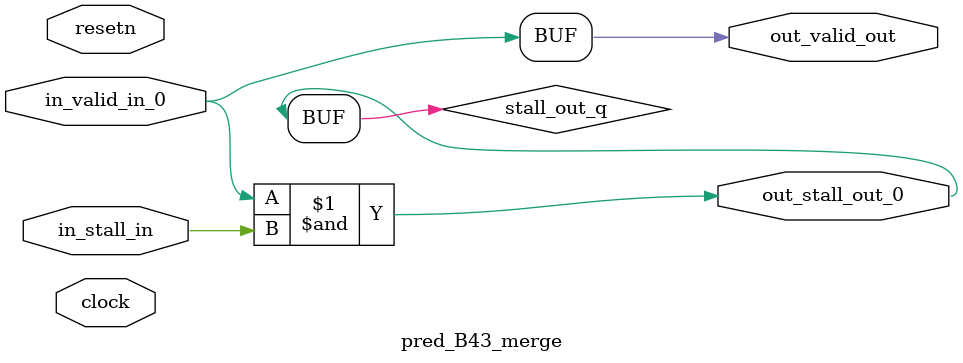
<source format=sv>



(* altera_attribute = "-name AUTO_SHIFT_REGISTER_RECOGNITION OFF; -name MESSAGE_DISABLE 10036; -name MESSAGE_DISABLE 10037; -name MESSAGE_DISABLE 14130; -name MESSAGE_DISABLE 14320; -name MESSAGE_DISABLE 15400; -name MESSAGE_DISABLE 14130; -name MESSAGE_DISABLE 10036; -name MESSAGE_DISABLE 12020; -name MESSAGE_DISABLE 12030; -name MESSAGE_DISABLE 12010; -name MESSAGE_DISABLE 12110; -name MESSAGE_DISABLE 14320; -name MESSAGE_DISABLE 13410; -name MESSAGE_DISABLE 113007; -name MESSAGE_DISABLE 10958" *)
module pred_B43_merge (
    input wire [0:0] in_stall_in,
    input wire [0:0] in_valid_in_0,
    output wire [0:0] out_stall_out_0,
    output wire [0:0] out_valid_out,
    input wire clock,
    input wire resetn
    );

    wire [0:0] stall_out_q;


    // stall_out(LOGICAL,6)
    assign stall_out_q = in_valid_in_0 & in_stall_in;

    // out_stall_out_0(GPOUT,4)
    assign out_stall_out_0 = stall_out_q;

    // out_valid_out(GPOUT,5)
    assign out_valid_out = in_valid_in_0;

endmodule

</source>
